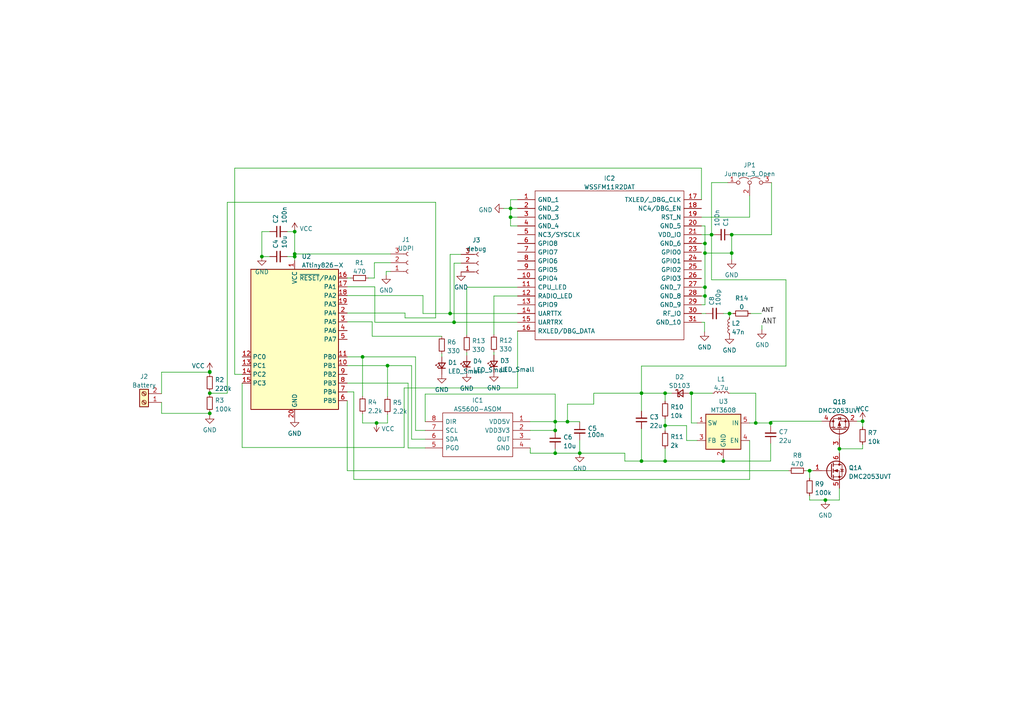
<source format=kicad_sch>
(kicad_sch (version 20211123) (generator eeschema)
  (paper "A4")
  (lib_symbols
    (symbol "AS5600-ASOM:AS5600-ASOM" (pin_names (offset 0.762))
      (property "Reference" "IC" (at 26.67 7.62 0))
      (property "Value" "AS5600-ASOM" (at 26.67 5.08 0))
      (symbol "AS5600-ASOM_0_0"
        (pin passive line (at 0 0 0) (length 5.08) (name "VDD5V") (number "1"))
        (pin passive line (at 0 -2.54 0) (length 5.08) (name "VDD3V3") (number "2"))
        (pin passive line (at 0 -5.08 0) (length 5.08) (name "OUT") (number "3"))
        (pin passive line (at 0 -7.62 0) (length 5.08) (name "GND") (number "4"))
        (pin passive line (at 30.48 -7.62 180) (length 5.08) (name "PGO") (number "5"))
        (pin passive line (at 30.48 -5.08 180) (length 5.08) (name "SDA") (number "6"))
        (pin passive line (at 30.48 -2.54 180) (length 5.08) (name "SCL") (number "7"))
        (pin passive line (at 30.48 0 180) (length 5.08) (name "DIR") (number "8"))
      )
      (symbol "AS5600-ASOM_0_1"
        (polyline (pts (xy 5.08 2.54) (xy 25.4 2.54) (xy 25.4 -10.16) (xy 5.08 -10.16) (xy 5.08 2.54)) (stroke (width 0.1524)))
      )
    )
    (symbol "Connector:Conn_01x03_Female" (pin_names (offset 1.016) hide)
      (property "Reference" "J" (at 0 5.08 0))
      (property "Value" "Conn_01x03_Female" (at 0 -5.08 0))
      (symbol "Conn_01x03_Female_1_1"
        (arc (start 0 -2.032) (mid -0.508 -2.54) (end 0 -3.048) (stroke (width 0.1524)))
        (polyline (pts (xy -1.27 -2.54) (xy -0.508 -2.54)) (stroke (width 0.1524)))
        (polyline (pts (xy -1.27 0) (xy -0.508 0)) (stroke (width 0.1524)))
        (polyline (pts (xy -1.27 2.54) (xy -0.508 2.54)) (stroke (width 0.1524)))
        (arc (start 0 0.508) (mid -0.508 0) (end 0 -0.508) (stroke (width 0.1524)))
        (arc (start 0 3.048) (mid -0.508 2.54) (end 0 2.032) (stroke (width 0.1524)))
        (pin passive line (at -5.08 2.54 0) (length 3.81) (name "Pin_1") (number "1"))
        (pin passive line (at -5.08 0 0) (length 3.81) (name "Pin_2") (number "2"))
        (pin passive line (at -5.08 -2.54 0) (length 3.81) (name "Pin_3") (number "3"))
      )
    )
    (symbol "Connector:Screw_Terminal_01x02" (pin_names (offset 1.016) hide)
      (property "Reference" "J" (at 0 2.54 0))
      (property "Value" "Screw_Terminal_01x02" (at 0 -5.08 0))
      (symbol "Screw_Terminal_01x02_1_1"
        (rectangle (start -1.27 1.27) (end 1.27 -3.81) (stroke (width 0.254)) (fill (type background)))
        (circle (center 0 -2.54) (radius 0.635) (stroke (width 0.1524)))
        (polyline (pts (xy -0.5334 -2.2098) (xy 0.3302 -3.048)) (stroke (width 0.1524)))
        (polyline (pts (xy -0.5334 0.3302) (xy 0.3302 -0.508)) (stroke (width 0.1524)))
        (polyline (pts (xy -0.3556 -2.032) (xy 0.508 -2.8702)) (stroke (width 0.1524)))
        (polyline (pts (xy -0.3556 0.508) (xy 0.508 -0.3302)) (stroke (width 0.1524)))
        (circle (center 0 0) (radius 0.635) (stroke (width 0.1524)))
        (pin passive line (at -5.08 0 0) (length 3.81) (name "Pin_1") (number "1"))
        (pin passive line (at -5.08 -2.54 0) (length 3.81) (name "Pin_2") (number "2"))
      )
    )
    (symbol "Device:C_Small" (pin_numbers hide) (pin_names (offset 0.254) hide)
      (property "Reference" "C" (at 0.254 1.778 0))
      (property "Value" "C_Small" (at 0.254 -2.032 0))
      (symbol "C_Small_0_1"
        (polyline (pts (xy -1.524 -0.508) (xy 1.524 -0.508)) (stroke (width 0.3302)))
        (polyline (pts (xy -1.524 0.508) (xy 1.524 0.508)) (stroke (width 0.3048)))
      )
      (symbol "C_Small_1_1"
        (pin passive line (at 0 2.54 270) (length 2.032) (name "~") (number "1"))
        (pin passive line (at 0 -2.54 90) (length 2.032) (name "~") (number "2"))
      )
    )
    (symbol "Device:D_Schottky_Small" (pin_numbers hide) (pin_names (offset 0.254) hide)
      (property "Reference" "D" (at -1.27 2.032 0))
      (property "Value" "D_Schottky_Small" (at -7.112 -2.032 0))
      (symbol "D_Schottky_Small_0_1"
        (polyline (pts (xy -0.762 0) (xy 0.762 0)))
        (polyline (pts (xy 0.762 -1.016) (xy -0.762 0) (xy 0.762 1.016) (xy 0.762 -1.016)) (stroke (width 0.254)))
        (polyline (pts (xy -1.27 0.762) (xy -1.27 1.016) (xy -0.762 1.016) (xy -0.762 -1.016) (xy -0.254 -1.016) (xy -0.254 -0.762)) (stroke (width 0.254)))
      )
      (symbol "D_Schottky_Small_1_1"
        (pin passive line (at -2.54 0 0) (length 1.778) (name "K") (number "1"))
        (pin passive line (at 2.54 0 180) (length 1.778) (name "A") (number "2"))
      )
    )
    (symbol "Device:LED_Small" (pin_numbers hide) (pin_names (offset 0.254) hide)
      (property "Reference" "D" (at -1.27 3.175 0))
      (property "Value" "LED_Small" (at -4.445 -2.54 0))
      (symbol "LED_Small_0_1"
        (polyline (pts (xy -0.762 -1.016) (xy -0.762 1.016)) (stroke (width 0.254)))
        (polyline (pts (xy 1.016 0) (xy -0.762 0)))
        (polyline (pts (xy 0.762 -1.016) (xy -0.762 0) (xy 0.762 1.016) (xy 0.762 -1.016)) (stroke (width 0.254)))
        (polyline (pts (xy 0 0.762) (xy -0.508 1.27) (xy -0.254 1.27) (xy -0.508 1.27) (xy -0.508 1.016)))
        (polyline (pts (xy 0.508 1.27) (xy 0 1.778) (xy 0.254 1.778) (xy 0 1.778) (xy 0 1.524)))
      )
      (symbol "LED_Small_1_1"
        (pin passive line (at -2.54 0 0) (length 1.778) (name "K") (number "1"))
        (pin passive line (at 2.54 0 180) (length 1.778) (name "A") (number "2"))
      )
    )
    (symbol "Device:L_Small" (pin_numbers hide) (pin_names (offset 0.254) hide)
      (property "Reference" "L" (at 0.762 1.016 0))
      (property "Value" "L_Small" (at 0.762 -1.016 0))
      (symbol "L_Small_0_1"
        (arc (start 0 -2.032) (mid 0.508 -1.524) (end 0 -1.016))
        (arc (start 0 -1.016) (mid 0.508 -0.508) (end 0 0))
        (arc (start 0 0) (mid 0.508 0.508) (end 0 1.016))
        (arc (start 0 1.016) (mid 0.508 1.524) (end 0 2.032))
      )
      (symbol "L_Small_1_1"
        (pin passive line (at 0 2.54 270) (length 0.508) (name "~") (number "1"))
        (pin passive line (at 0 -2.54 90) (length 0.508) (name "~") (number "2"))
      )
    )
    (symbol "Device:R_Small" (pin_numbers hide) (pin_names (offset 0.254) hide)
      (property "Reference" "R" (at 0.762 0.508 0))
      (property "Value" "R_Small" (at 0.762 -1.016 0))
      (symbol "R_Small_0_1"
        (rectangle (start -0.762 1.778) (end 0.762 -1.778) (stroke (width 0.2032)))
      )
      (symbol "R_Small_1_1"
        (pin passive line (at 0 2.54 270) (length 0.762) (name "~") (number "1"))
        (pin passive line (at 0 -2.54 90) (length 0.762) (name "~") (number "2"))
      )
    )
    (symbol "Jumper:Jumper_3_Open" (pin_names (offset 0) hide)
      (property "Reference" "JP" (at -2.54 -2.54 0))
      (property "Value" "Jumper_3_Open" (at 0 2.794 0))
      (symbol "Jumper_3_Open_0_0"
        (circle (center -3.302 0) (radius 0.508))
        (circle (center 0 0) (radius 0.508))
        (circle (center 3.302 0) (radius 0.508))
      )
      (symbol "Jumper_3_Open_0_1"
        (arc (start -0.254 1.016) (mid -1.651 1.4992) (end -3.048 1.016))
        (polyline (pts (xy 0 -0.508) (xy 0 -1.27)))
        (arc (start 3.048 1.016) (mid 1.651 1.4992) (end 0.254 1.016))
      )
      (symbol "Jumper_3_Open_1_1"
        (pin passive line (at -6.35 0 0) (length 2.54) (name "A") (number "1"))
        (pin passive line (at 0 -3.81 90) (length 2.54) (name "C") (number "2"))
        (pin passive line (at 6.35 0 180) (length 2.54) (name "B") (number "3"))
      )
    )
    (symbol "MCU_Microchip_ATtiny:ATtiny826-X"
      (property "Reference" "U" (at -12.7 21.59 0))
      (property "Value" "ATtiny826-X" (at 2.54 -21.59 0))
      (symbol "ATtiny826-X_0_1"
        (rectangle (start -12.7 -20.32) (end 12.7 20.32) (stroke (width 0.254)) (fill (type background)))
      )
      (symbol "ATtiny826-X_1_1"
        (pin power_in line (at 0 22.86 270) (length 2.54) (name "VCC") (number "1"))
        (pin bidirectional line (at 15.24 -7.62 180) (length 2.54) (name "PB1") (number "10"))
        (pin bidirectional line (at 15.24 -5.08 180) (length 2.54) (name "PB0") (number "11"))
        (pin bidirectional line (at -15.24 -5.08 0) (length 2.54) (name "PC0") (number "12"))
        (pin bidirectional line (at -15.24 -7.62 0) (length 2.54) (name "PC1") (number "13"))
        (pin bidirectional line (at -15.24 -10.16 0) (length 2.54) (name "PC2") (number "14"))
        (pin bidirectional line (at -15.24 -12.7 0) (length 2.54) (name "PC3") (number "15"))
        (pin bidirectional line (at 15.24 17.78 180) (length 2.54) (name "~{RESET}/PA0") (number "16"))
        (pin bidirectional line (at 15.24 15.24 180) (length 2.54) (name "PA1") (number "17"))
        (pin bidirectional line (at 15.24 12.7 180) (length 2.54) (name "PA2") (number "18"))
        (pin bidirectional line (at 15.24 10.16 180) (length 2.54) (name "PA3") (number "19"))
        (pin bidirectional line (at 15.24 7.62 180) (length 2.54) (name "PA4") (number "2"))
        (pin power_in line (at 0 -22.86 90) (length 2.54) (name "GND") (number "20"))
        (pin bidirectional line (at 15.24 5.08 180) (length 2.54) (name "PA5") (number "3"))
        (pin bidirectional line (at 15.24 2.54 180) (length 2.54) (name "PA6") (number "4"))
        (pin bidirectional line (at 15.24 0 180) (length 2.54) (name "PA7") (number "5"))
        (pin bidirectional line (at 15.24 -17.78 180) (length 2.54) (name "PB5") (number "6"))
        (pin bidirectional line (at 15.24 -15.24 180) (length 2.54) (name "PB4") (number "7"))
        (pin bidirectional line (at 15.24 -12.7 180) (length 2.54) (name "PB3") (number "8"))
        (pin bidirectional line (at 15.24 -10.16 180) (length 2.54) (name "PB2") (number "9"))
      )
    )
    (symbol "Regulator_Switching:MT3608"
      (property "Reference" "U" (at -2.54 8.89 0))
      (property "Value" "MT3608" (at -3.81 6.35 0))
      (symbol "MT3608_0_1"
        (rectangle (start -5.08 5.08) (end 5.08 -5.08) (stroke (width 0.254)) (fill (type background)))
      )
      (symbol "MT3608_1_1"
        (pin passive line (at 7.62 2.54 180) (length 2.54) (name "SW") (number "1"))
        (pin power_in line (at 0 -7.62 90) (length 2.54) (name "GND") (number "2"))
        (pin input line (at 7.62 -2.54 180) (length 2.54) (name "FB") (number "3"))
        (pin input line (at -7.62 -2.54 0) (length 2.54) (name "EN") (number "4"))
        (pin power_in line (at -7.62 2.54 0) (length 2.54) (name "IN") (number "5"))
        (pin no_connect line (at 5.08 0 180) (length 2.54) hide (name "NC") (number "6"))
      )
    )
    (symbol "Transistor_FET:DMC2053UVT" (pin_names hide)
      (property "Reference" "Q" (at 3.175 1.27 0))
      (property "Value" "DMC2053UVT" (at 3.175 -1.27 0))
      (symbol "DMC2053UVT_0_1"
        (circle (center -0.889 0) (radius 2.794) (stroke (width 0.254)))
        (circle (center 0 -1.778) (radius 0.254) (fill (type outline)))
        (polyline (pts (xy -2.286 0) (xy -5.08 0)))
        (polyline (pts (xy -2.286 1.905) (xy -2.286 -1.905)) (stroke (width 0.254)))
        (polyline (pts (xy -1.778 -1.27) (xy -1.778 -2.286)) (stroke (width 0.254)))
        (polyline (pts (xy -1.778 0.508) (xy -1.778 -0.508)) (stroke (width 0.254)))
        (polyline (pts (xy -1.778 2.286) (xy -1.778 1.27)) (stroke (width 0.254)))
        (polyline (pts (xy 0 2.54) (xy 0 1.778)))
        (polyline (pts (xy 0 -2.54) (xy 0 0) (xy -1.778 0)))
        (polyline (pts (xy -1.778 -1.778) (xy 0.762 -1.778) (xy 0.762 1.778) (xy -1.778 1.778)))
        (circle (center 0 1.778) (radius 0.254) (fill (type outline)))
      )
      (symbol "DMC2053UVT_1_1"
        (polyline (pts (xy -1.524 0) (xy -0.508 0.381) (xy -0.508 -0.381) (xy -1.524 0)) (fill (type outline)))
        (polyline (pts (xy 0.254 0.508) (xy 0.381 0.381) (xy 1.143 0.381) (xy 1.27 0.254)))
        (polyline (pts (xy 0.762 0.381) (xy 0.381 -0.254) (xy 1.143 -0.254) (xy 0.762 0.381)))
        (pin passive line (at -7.62 0 0) (length 2.54) (name "G") (number "1"))
        (pin passive line (at 0 -5.08 90) (length 2.54) (name "S") (number "5"))
        (pin passive line (at 0 5.08 270) (length 2.54) (name "D") (number "6"))
      )
      (symbol "DMC2053UVT_2_1"
        (polyline (pts (xy -0.254 0) (xy -1.27 0.381) (xy -1.27 -0.381) (xy -0.254 0)) (fill (type outline)))
        (polyline (pts (xy 0.254 -0.508) (xy 0.381 -0.381) (xy 1.143 -0.381) (xy 1.27 -0.254)))
        (polyline (pts (xy 0.762 -0.381) (xy 0.381 0.254) (xy 1.143 0.254) (xy 0.762 -0.381)))
        (pin passive line (at 0 -5.08 90) (length 2.54) (name "S") (number "2"))
        (pin passive line (at -7.62 0 0) (length 2.54) (name "G") (number "3"))
        (pin passive line (at 0 5.08 270) (length 2.54) (name "D") (number "4"))
      )
    )
    (symbol "WSSFM11R2DAT:WSSFM11R2DAT" (pin_names (offset 0.762))
      (property "Reference" "IC" (at 49.53 7.62 0))
      (property "Value" "WSSFM11R2DAT" (at 49.53 5.08 0))
      (symbol "WSSFM11R2DAT_0_0"
        (pin passive line (at 0 0 0) (length 5.08) (name "GND_1") (number "1"))
        (pin passive line (at 0 -22.86 0) (length 5.08) (name "GPIO4") (number "10"))
        (pin passive line (at 0 -25.4 0) (length 5.08) (name "CPU_LED") (number "11"))
        (pin passive line (at 0 -27.94 0) (length 5.08) (name "RADIO_LED") (number "12"))
        (pin passive line (at 0 -30.48 0) (length 5.08) (name "GPIO9") (number "13"))
        (pin passive line (at 0 -33.02 0) (length 5.08) (name "UARTTX") (number "14"))
        (pin passive line (at 0 -35.56 0) (length 5.08) (name "UARTRX") (number "15"))
        (pin passive line (at 0 -38.1 0) (length 5.08) (name "RXLED/DBG_DATA") (number "16"))
        (pin passive line (at 53.34 0 180) (length 5.08) (name "TXLED/_DBG_CLK") (number "17"))
        (pin passive line (at 53.34 -2.54 180) (length 5.08) (name "NC4/DBG_EN") (number "18"))
        (pin passive line (at 53.34 -5.08 180) (length 5.08) (name "RST_N") (number "19"))
        (pin passive line (at 0 -2.54 0) (length 5.08) (name "GND_2") (number "2"))
        (pin passive line (at 53.34 -7.62 180) (length 5.08) (name "GND_5") (number "20"))
        (pin passive line (at 53.34 -10.16 180) (length 5.08) (name "VDD_IO") (number "21"))
        (pin passive line (at 53.34 -12.7 180) (length 5.08) (name "GND_6") (number "22"))
        (pin passive line (at 53.34 -15.24 180) (length 5.08) (name "GPIO0") (number "23"))
        (pin passive line (at 53.34 -17.78 180) (length 5.08) (name "GPIO1") (number "24"))
        (pin passive line (at 53.34 -20.32 180) (length 5.08) (name "GPIO2") (number "25"))
        (pin passive line (at 53.34 -22.86 180) (length 5.08) (name "GPIO3") (number "26"))
        (pin passive line (at 53.34 -25.4 180) (length 5.08) (name "GND_7") (number "27"))
        (pin passive line (at 53.34 -27.94 180) (length 5.08) (name "GND_8") (number "28"))
        (pin passive line (at 53.34 -30.48 180) (length 5.08) (name "GND_9") (number "29"))
        (pin passive line (at 0 -5.08 0) (length 5.08) (name "GND_3") (number "3"))
        (pin passive line (at 53.34 -33.02 180) (length 5.08) (name "RF_IO") (number "30"))
        (pin passive line (at 53.34 -35.56 180) (length 5.08) (name "GND_10") (number "31"))
        (pin passive line (at 0 -7.62 0) (length 5.08) (name "GND_4") (number "4"))
        (pin passive line (at 0 -10.16 0) (length 5.08) (name "NC3/SYSCLK") (number "5"))
        (pin passive line (at 0 -12.7 0) (length 5.08) (name "GPIO8") (number "6"))
        (pin passive line (at 0 -15.24 0) (length 5.08) (name "GPIO7") (number "7"))
        (pin passive line (at 0 -17.78 0) (length 5.08) (name "GPIO6") (number "8"))
        (pin passive line (at 0 -20.32 0) (length 5.08) (name "GPIO5") (number "9"))
      )
      (symbol "WSSFM11R2DAT_0_1"
        (polyline (pts (xy 5.08 2.54) (xy 48.26 2.54) (xy 48.26 -40.64) (xy 5.08 -40.64) (xy 5.08 2.54)) (stroke (width 0.1524)))
      )
    )
    (symbol "power:GND" (power) (pin_names (offset 0))
      (property "Value" "GND" (at 0 -3.81 0))
      (symbol "GND_0_1"
        (polyline (pts (xy 0 0) (xy 0 -1.27) (xy 1.27 -1.27) (xy 0 -2.54) (xy -1.27 -1.27) (xy 0 -1.27)))
      )
      (symbol "GND_1_1"
        (pin power_in line (at 0 0 270) (length 0) hide (name "GND") (number "1"))
      )
    )
    (symbol "power:VCC" (power) (pin_names (offset 0))
      (property "Value" "VCC" (at 0 3.81 0))
      (symbol "VCC_0_1"
        (polyline (pts (xy -0.762 1.27) (xy 0 2.54)))
        (polyline (pts (xy 0 0) (xy 0 2.54)))
        (polyline (pts (xy 0 2.54) (xy 0.762 1.27)))
      )
      (symbol "VCC_1_1"
        (pin power_in line (at 0 0 90) (length 0) hide (name "VCC") (number "1"))
      )
    )
  )
  (junction (at 204.47 83.312))
  (junction (at 250.19 122.174))
  (junction (at 85.471 73.66))
  (junction (at 148.082 62.992))
  (junction (at 239.395 145.034))
  (junction (at 130.556 90.932))
  (junction (at 112.395 106.045))
  (junction (at 223.52 122.682))
  (junction (at 204.47 70.612))
  (junction (at 186.055 133.731))
  (junction (at 206.375 68.072))
  (junction (at 60.833 119.888))
  (junction (at 200.533 114.046))
  (junction (at 192.913 123.444))
  (junction (at 234.823 136.525))
  (junction (at 168.148 131.445))
  (junction (at 219.202 122.682))
  (junction (at 105.156 103.505))
  (junction (at 148.082 60.452))
  (junction (at 85.471 74.422))
  (junction (at 209.804 133.731))
  (junction (at 211.582 90.932))
  (junction (at 161.036 122.301))
  (junction (at 109.22 122.682))
  (junction (at 212.217 73.406))
  (junction (at 161.036 124.841))
  (junction (at 164.592 122.301))
  (junction (at 75.946 74.422))
  (junction (at 212.217 68.072))
  (junction (at 186.055 114.046))
  (junction (at 192.913 114.046))
  (junction (at 60.833 114.046))
  (junction (at 192.913 133.731))
  (junction (at 60.833 107.823))
  (junction (at 85.471 67.183))
  (junction (at 60.833 107.95))
  (junction (at 161.036 131.445))
  (junction (at 243.459 130.175))
  (junction (at 131.699 93.472))
  (junction (at 204.47 85.852))
  (junction (at 204.47 73.406))
  (wire (pts (xy 135.382 102.235) (xy 135.382 103.124)))
  (wire (pts (xy 46.863 114.173) (xy 46.863 107.95)))
  (wire (pts (xy 204.47 83.312) (xy 204.47 85.852)))
  (wire (pts (xy 112.395 122.682) (xy 109.22 122.682)))
  (wire (pts (xy 105.156 103.505) (xy 105.156 114.935)))
  (wire (pts (xy 243.459 141.605) (xy 243.459 145.034)))
  (wire (pts (xy 203.454 85.852) (xy 204.47 85.852)))
  (wire (pts (xy 100.711 136.525) (xy 100.711 116.205)))
  (wire (pts (xy 75.946 67.183) (xy 75.946 74.422)))
  (wire (pts (xy 68.072 48.768) (xy 203.454 48.768)))
  (wire (pts (xy 46.863 107.95) (xy 60.833 107.95)))
  (wire (pts (xy 206.375 68.072) (xy 207.137 68.072)))
  (wire (pts (xy 168.148 131.445) (xy 181.229 131.445)))
  (wire (pts (xy 60.833 119.888) (xy 60.833 120.269)))
  (wire (pts (xy 239.395 145.034) (xy 234.823 145.034)))
  (wire (pts (xy 192.913 130.048) (xy 192.913 133.731)))
  (wire (pts (xy 203.454 65.532) (xy 204.47 65.532)))
  (wire (pts (xy 192.913 133.731) (xy 209.804 133.731)))
  (wire (pts (xy 65.913 114.046) (xy 60.833 114.046)))
  (wire (pts (xy 100.711 136.525) (xy 228.727 136.525)))
  (wire (pts (xy 234.823 136.525) (xy 234.823 138.684)))
  (wire (pts (xy 108.585 76.2) (xy 108.585 80.645)))
  (wire (pts (xy 122.682 85.725) (xy 100.711 85.725)))
  (wire (pts (xy 223.52 122.174) (xy 223.52 122.682)))
  (wire (pts (xy 204.47 65.532) (xy 204.47 70.612)))
  (wire (pts (xy 146.05 60.452) (xy 148.082 60.452)))
  (wire (pts (xy 250.19 123.825) (xy 250.19 122.174)))
  (wire (pts (xy 220.853 90.932) (xy 217.678 90.932)))
  (wire (pts (xy 219.202 122.682) (xy 223.52 122.682)))
  (wire (pts (xy 85.471 67.183) (xy 83.312 67.183)))
  (wire (pts (xy 123.317 127.381) (xy 119.38 127.381)))
  (wire (pts (xy 206.629 114.046) (xy 200.533 114.046)))
  (wire (pts (xy 172.212 114.046) (xy 172.212 117.221)))
  (wire (pts (xy 117.221 112.522) (xy 117.221 129.794)))
  (wire (pts (xy 128.143 102.616) (xy 128.143 103.505)))
  (wire (pts (xy 211.582 92.075) (xy 211.582 90.932)))
  (wire (pts (xy 164.592 117.221) (xy 172.212 117.221)))
  (wire (pts (xy 153.797 129.921) (xy 153.797 131.445)))
  (wire (pts (xy 85.471 73.66) (xy 85.471 74.422)))
  (wire (pts (xy 223.774 68.072) (xy 212.217 68.072)))
  (wire (pts (xy 131.699 93.472) (xy 150.114 93.472)))
  (wire (pts (xy 206.375 52.959) (xy 211.074 52.959)))
  (wire (pts (xy 112.014 78.74) (xy 113.284 78.74)))
  (wire (pts (xy 164.592 122.301) (xy 164.592 117.221)))
  (wire (pts (xy 206.375 68.072) (xy 206.375 52.959)))
  (wire (pts (xy 122.682 90.932) (xy 122.682 85.725)))
  (wire (pts (xy 168.148 131.445) (xy 168.148 127.635)))
  (wire (pts (xy 203.454 90.932) (xy 204.724 90.932)))
  (wire (pts (xy 130.556 73.787) (xy 130.556 90.932)))
  (wire (pts (xy 46.863 119.888) (xy 60.833 119.888)))
  (wire (pts (xy 199.136 127.762) (xy 199.136 123.444)))
  (wire (pts (xy 250.19 130.175) (xy 243.459 130.175)))
  (wire (pts (xy 153.797 122.301) (xy 161.036 122.301)))
  (wire (pts (xy 108.712 93.472) (xy 108.712 83.185)))
  (wire (pts (xy 192.913 114.046) (xy 194.818 114.046)))
  (wire (pts (xy 161.036 131.445) (xy 168.148 131.445)))
  (wire (pts (xy 223.52 133.731) (xy 209.804 133.731)))
  (wire (pts (xy 112.395 120.142) (xy 112.395 122.682)))
  (wire (pts (xy 204.47 70.612) (xy 204.47 73.406)))
  (wire (pts (xy 107.95 93.345) (xy 107.95 97.536)))
  (wire (pts (xy 148.082 62.992) (xy 150.114 62.992)))
  (wire (pts (xy 148.082 65.532) (xy 148.082 62.992)))
  (wire (pts (xy 131.699 76.327) (xy 131.699 93.472)))
  (wire (pts (xy 219.202 114.046) (xy 219.202 122.682)))
  (wire (pts (xy 112.014 79.756) (xy 112.014 78.74)))
  (wire (pts (xy 113.284 76.2) (xy 108.585 76.2)))
  (wire (pts (xy 126.365 58.674) (xy 126.365 92.202)))
  (wire (pts (xy 148.082 60.452) (xy 150.114 60.452)))
  (wire (pts (xy 118.364 129.921) (xy 118.364 111.125)))
  (wire (pts (xy 217.424 62.992) (xy 217.424 56.769)))
  (wire (pts (xy 217.424 127.762) (xy 217.424 139.065)))
  (wire (pts (xy 164.592 122.301) (xy 168.148 122.301)))
  (wire (pts (xy 133.731 73.787) (xy 130.556 73.787)))
  (wire (pts (xy 143.256 97.028) (xy 143.256 85.852)))
  (wire (pts (xy 153.797 124.841) (xy 161.036 124.841)))
  (wire (pts (xy 65.913 58.674) (xy 126.365 58.674)))
  (wire (pts (xy 181.229 131.445) (xy 181.229 133.731)))
  (wire (pts (xy 200.533 122.682) (xy 202.184 122.682)))
  (wire (pts (xy 199.136 123.444) (xy 192.913 123.444)))
  (wire (pts (xy 143.256 85.852) (xy 150.114 85.852)))
  (wire (pts (xy 60.833 107.823) (xy 60.833 107.95)))
  (wire (pts (xy 109.22 122.682) (xy 105.156 122.682)))
  (wire (pts (xy 204.47 70.612) (xy 203.454 70.612)))
  (wire (pts (xy 60.833 113.538) (xy 60.833 114.046)))
  (wire (pts (xy 108.712 83.185) (xy 100.711 83.185)))
  (wire (pts (xy 192.913 121.412) (xy 192.913 123.444)))
  (wire (pts (xy 204.47 73.406) (xy 212.217 73.406)))
  (wire (pts (xy 250.19 128.905) (xy 250.19 130.175)))
  (wire (pts (xy 181.229 133.731) (xy 186.055 133.731)))
  (wire (pts (xy 203.454 83.312) (xy 204.47 83.312)))
  (wire (pts (xy 212.217 73.406) (xy 212.217 75.311)))
  (wire (pts (xy 133.731 76.327) (xy 131.699 76.327)))
  (wire (pts (xy 123.317 124.841) (xy 120.523 124.841)))
  (wire (pts (xy 235.839 136.525) (xy 234.823 136.525)))
  (wire (pts (xy 233.807 136.525) (xy 234.823 136.525)))
  (wire (pts (xy 126.365 92.202) (xy 117.475 92.202)))
  (wire (pts (xy 250.19 122.174) (xy 248.539 122.174)))
  (wire (pts (xy 161.036 130.175) (xy 161.036 131.445)))
  (wire (pts (xy 219.202 122.682) (xy 217.424 122.682)))
  (wire (pts (xy 75.946 74.422) (xy 78.232 74.422)))
  (wire (pts (xy 68.072 108.585) (xy 70.231 108.585)))
  (wire (pts (xy 150.114 65.532) (xy 148.082 65.532)))
  (wire (pts (xy 150.114 112.522) (xy 117.221 112.522)))
  (wire (pts (xy 117.475 92.202) (xy 117.475 90.805)))
  (wire (pts (xy 60.833 119.507) (xy 60.833 119.888)))
  (wire (pts (xy 120.523 103.505) (xy 105.156 103.505)))
  (wire (pts (xy 223.52 128.651) (xy 223.52 133.731)))
  (wire (pts (xy 211.709 114.046) (xy 219.202 114.046)))
  (wire (pts (xy 206.375 81.153) (xy 227.965 81.153)))
  (wire (pts (xy 143.256 102.108) (xy 143.256 102.997)))
  (wire (pts (xy 168.148 122.301) (xy 168.148 122.555)))
  (wire (pts (xy 70.231 129.794) (xy 70.231 111.125)))
  (wire (pts (xy 200.533 114.046) (xy 200.533 122.682)))
  (wire (pts (xy 203.454 57.912) (xy 203.454 48.768)))
  (wire (pts (xy 83.312 74.422) (xy 85.471 74.422)))
  (wire (pts (xy 123.317 122.301) (xy 123.317 114.3)))
  (wire (pts (xy 217.424 139.065) (xy 102.616 139.065)))
  (wire (pts (xy 118.364 129.921) (xy 123.317 129.921)))
  (wire (pts (xy 203.454 62.992) (xy 217.424 62.992)))
  (wire (pts (xy 172.212 114.046) (xy 186.055 114.046)))
  (wire (pts (xy 105.156 122.682) (xy 105.156 120.015)))
  (wire (pts (xy 117.475 90.805) (xy 100.711 90.805)))
  (wire (pts (xy 223.774 52.959) (xy 223.774 68.072)))
  (wire (pts (xy 161.036 122.301) (xy 161.036 124.841)))
  (wire (pts (xy 220.98 94.361) (xy 220.98 95.631)))
  (wire (pts (xy 148.082 62.992) (xy 148.082 60.452)))
  (wire (pts (xy 85.471 74.422) (xy 85.471 75.565)))
  (wire (pts (xy 60.833 114.046) (xy 60.833 114.427)))
  (wire (pts (xy 234.823 145.034) (xy 234.823 143.764)))
  (wire (pts (xy 202.184 127.762) (xy 199.136 127.762)))
  (wire (pts (xy 204.47 88.392) (xy 203.454 88.392)))
  (wire (pts (xy 130.556 90.932) (xy 150.114 90.932)))
  (wire (pts (xy 85.471 73.66) (xy 113.284 73.66)))
  (wire (pts (xy 148.082 60.452) (xy 148.082 57.912)))
  (wire (pts (xy 192.913 123.444) (xy 192.913 124.968)))
  (wire (pts (xy 227.965 81.153) (xy 227.965 106.172)))
  (wire (pts (xy 148.082 57.912) (xy 150.114 57.912)))
  (wire (pts (xy 204.47 85.852) (xy 204.47 88.392)))
  (wire (pts (xy 123.317 114.3) (xy 161.036 114.3)))
  (wire (pts (xy 199.898 114.046) (xy 200.533 114.046)))
  (wire (pts (xy 119.38 127.381) (xy 119.38 106.045)))
  (wire (pts (xy 60.833 107.95) (xy 60.833 108.458)))
  (wire (pts (xy 108.712 93.472) (xy 131.699 93.472)))
  (wire (pts (xy 119.38 106.045) (xy 112.395 106.045)))
  (wire (pts (xy 78.232 67.183) (xy 75.946 67.183)))
  (wire (pts (xy 108.585 80.645) (xy 106.807 80.645)))
  (wire (pts (xy 118.364 111.125) (xy 100.711 111.125)))
  (wire (pts (xy 192.913 116.332) (xy 192.913 114.046)))
  (wire (pts (xy 223.52 122.682) (xy 223.52 123.571)))
  (wire (pts (xy 85.471 67.183) (xy 85.471 73.66)))
  (wire (pts (xy 135.382 83.312) (xy 150.114 83.312)))
  (wire (pts (xy 186.055 133.731) (xy 192.913 133.731)))
  (wire (pts (xy 102.616 113.665) (xy 100.711 113.665)))
  (wire (pts (xy 161.036 114.3) (xy 161.036 122.301)))
  (wire (pts (xy 112.395 106.045) (xy 100.711 106.045)))
  (wire (pts (xy 203.454 68.072) (xy 206.375 68.072)))
  (wire (pts (xy 135.382 97.155) (xy 135.382 83.312)))
  (wire (pts (xy 65.913 58.674) (xy 65.913 114.046)))
  (wire (pts (xy 192.913 114.046) (xy 186.055 114.046)))
  (wire (pts (xy 204.343 93.472) (xy 204.343 96.266)))
  (wire (pts (xy 153.797 131.445) (xy 161.036 131.445)))
  (wire (pts (xy 203.454 93.472) (xy 204.343 93.472)))
  (wire (pts (xy 243.459 130.175) (xy 243.459 129.794)))
  (wire (pts (xy 122.682 90.932) (xy 130.556 90.932)))
  (wire (pts (xy 243.459 145.034) (xy 239.395 145.034)))
  (wire (pts (xy 161.036 124.841) (xy 161.036 125.095)))
  (wire (pts (xy 150.114 96.012) (xy 150.114 112.522)))
  (wire (pts (xy 102.616 139.065) (xy 102.616 113.665)))
  (wire (pts (xy 186.055 106.172) (xy 186.055 114.046)))
  (wire (pts (xy 186.055 124.333) (xy 186.055 133.731)))
  (wire (pts (xy 227.965 106.172) (xy 186.055 106.172)))
  (wire (pts (xy 212.217 68.072) (xy 212.217 73.406)))
  (wire (pts (xy 117.221 129.794) (xy 70.231 129.794)))
  (wire (pts (xy 68.072 48.768) (xy 68.072 108.585)))
  (wire (pts (xy 211.582 90.932) (xy 212.598 90.932)))
  (wire (pts (xy 105.156 103.505) (xy 100.711 103.505)))
  (wire (pts (xy 100.711 93.345) (xy 107.95 93.345)))
  (wire (pts (xy 204.47 73.406) (xy 204.47 83.312)))
  (wire (pts (xy 120.523 124.841) (xy 120.523 103.505)))
  (wire (pts (xy 46.863 116.713) (xy 46.863 119.888)))
  (wire (pts (xy 243.459 130.175) (xy 243.459 131.445)))
  (wire (pts (xy 112.395 106.045) (xy 112.395 115.062)))
  (wire (pts (xy 211.582 90.932) (xy 209.804 90.932)))
  (wire (pts (xy 161.036 122.301) (xy 164.592 122.301)))
  (wire (pts (xy 209.804 133.731) (xy 209.804 132.842)))
  (wire (pts (xy 223.52 122.174) (xy 238.379 122.174)))
  (wire (pts (xy 186.055 114.046) (xy 186.055 119.253)))
  (wire (pts (xy 107.95 97.536) (xy 128.143 97.536)))
  (wire (pts (xy 206.375 68.072) (xy 206.375 81.153)))
  (wire (pts (xy 100.711 80.645) (xy 101.727 80.645)))
  (label "ANT" (at 220.853 90.932 0))
  (label "ANT" (at 220.98 94.361 0) (effects (font (size 1.524 1.524))))
  (symbol (lib_id "Device:LED_Small") (at 128.143 106.045 90) (unit 1)
    (property "Reference" "D1" (at 129.921 105.1468 90) (effects (justify right)))
    (property "Value" "LED_Small" (at 129.921 107.6837 90) (effects (justify right)))
    (property "Footprint" "LED_SMD:LED_0603_1608Metric_Pad1.05x0.95mm_HandSolder" (effects hide))
  )
  (symbol (lib_id "WSSFM11R2DAT:WSSFM11R2DAT") (at 150.114 57.912 0) (unit 1)
    (property "Reference" "IC2" (at 176.784 51.723 0))
    (property "Value" "WSSFM11R2DAT" (at 176.784 54.2599 0))
    (property "Footprint" "WSSFM11R2DAT:WSSFM11R2DAT" (effects hide))
    (property "Description" "SIGFOX DUAL MODE MODULE RC2 + RCZ4 EXCLU" (effects hide))
    (property "Height" "2.21" (effects hide))
    (property "Manufacturer_Name" "Wisol" (effects hide))
    (property "Manufacturer_Part_Number" "WSSFM11R2DAT" (effects hide))
  )
  (symbol (lib_id "Device:L_Small") (at 211.582 94.615 180) (unit 1)
    (property "Reference" "L2" (at 212.217 93.7803 0) (effects (justify right)))
    (property "Value" "47n" (at 212.217 96.3172 0) (effects (justify right)))
    (property "Footprint" "Inductor_SMD:L_0603_1608Metric_Pad1.05x0.95mm_HandSolder" (effects hide))
  )
  (symbol (lib_id "Device:R_Small") (at 104.267 80.645 90) (unit 1)
    (property "Reference" "R1" (at 104.267 76.2086 90))
    (property "Value" "470" (at 104.267 78.7455 90))
    (property "Footprint" "Resistor_SMD:R_0603_1608Metric_Pad0.98x0.95mm_HandSolder" (effects hide))
  )
  (symbol (lib_id "MCU_Microchip_ATtiny:ATtiny826-X") (at 85.471 98.425 0) (unit 1)
    (property "Reference" "U2" (at 87.4904 74.4052 0) (effects (justify left)))
    (property "Value" "ATtiny826-X" (at 87.4904 76.9421 0) (effects (justify left)))
    (property "Footprint" "Package_SO:SSOP-20_5.3x7.2mm_P0.65mm" (effects hide))
    (property "Datasheet" "https://ww1.microchip.com/downloads/en/DeviceDoc/ATtiny424-426-427-824-826-827-DataSheet-DS40002311A.pdf" (effects hide))
  )
  (symbol (lib_id "Device:R_Small") (at 143.256 99.568 0) (unit 1)
    (property "Reference" "R12" (at 144.7546 98.7333 0) (effects (justify left)))
    (property "Value" "330" (at 144.7546 101.2702 0) (effects (justify left)))
    (property "Footprint" "Resistor_SMD:R_0603_1608Metric_Pad0.98x0.95mm_HandSolder" (effects hide))
  )
  (symbol (lib_id "Device:C_Small") (at 207.264 90.932 90) (unit 1)
    (property "Reference" "C8" (at 206.4356 88.6079 0) (effects (justify left)))
    (property "Value" "100p" (at 208.28 88.773 0) (effects (justify left)))
    (property "Footprint" "Capacitor_SMD:C_0603_1608Metric_Pad1.08x0.95mm_HandSolder" (effects hide))
  )
  (symbol (lib_id "Jumper:Jumper_3_Open") (at 217.424 52.959 0) (unit 1)
    (property "Reference" "JP1" (at 217.424 47.887 0))
    (property "Value" "Jumper_3_Open" (at 217.424 50.4239 0))
    (property "Footprint" "Jumper:SolderJumper-3_P1.3mm_Open_Pad1.0x1.5mm" (effects hide))
  )
  (symbol (lib_id "power:GND") (at 146.05 60.452 270) (unit 1)
    (property "Reference" "#PWR06" (effects hide))
    (property "Value" "GND" (at 142.8751 60.8858 90) (effects (justify right)))
  )
  (symbol (lib_id "Device:R_Small") (at 112.395 117.602 0) (unit 1)
    (property "Reference" "R5" (at 113.8936 116.7673 0) (effects (justify left)))
    (property "Value" "2.2k" (at 113.8936 119.3042 0) (effects (justify left)))
    (property "Footprint" "Resistor_SMD:R_0603_1608Metric_Pad0.98x0.95mm_HandSolder" (effects hide))
  )
  (symbol (lib_id "power:GND") (at 112.014 79.756 0) (unit 1)
    (property "Reference" "#PWR05" (effects hide))
    (property "Value" "GND" (at 112.014 84.1994 0))
  )
  (symbol (lib_id "power:GND") (at 211.582 97.155 0) (unit 1)
    (property "Reference" "#PWR017" (effects hide))
    (property "Value" "GND" (at 211.582 101.5984 0))
  )
  (symbol (lib_id "power:VCC") (at 85.471 67.183 0) (unit 1)
    (property "Reference" "#PWR02" (effects hide))
    (property "Value" "VCC" (at 86.868 66.3468 0) (effects (justify left)))
  )
  (symbol (lib_id "Transistor_FET:DMC2053UVT") (at 243.459 122.174 90) (unit 2)
    (property "Reference" "Q1" (at 243.459 116.5692 90))
    (property "Value" "DMC2053UVT" (at 243.459 119.1061 90))
    (property "Footprint" "Package_TO_SOT_SMD:TSOT-23-6" (effects hide))
    (property "Datasheet" "https://www.diodes.com/assets/Datasheets/DMC2053UVT.pdf" (effects hide))
  )
  (symbol (lib_id "power:GND") (at 220.98 95.631 0) (unit 1)
    (property "Reference" "#PWR016" (effects hide))
    (property "Value" "GND" (at 221.107 100.0252 0))
  )
  (symbol (lib_id "power:GND") (at 85.471 121.285 0) (unit 1)
    (property "Reference" "#PWR09" (effects hide))
    (property "Value" "GND" (at 85.471 125.7284 0))
  )
  (symbol (lib_id "Device:D_Schottky_Small") (at 197.358 114.046 0) (unit 1)
    (property "Reference" "D2" (at 197.104 109.3302 0))
    (property "Value" "SD103" (at 197.104 111.8671 0))
    (property "Footprint" "Diode_SMD:D_SMA" (effects hide))
  )
  (symbol (lib_id "Device:C_Small") (at 80.772 74.422 90) (unit 1)
    (property "Reference" "C4" (at 79.9436 72.0979 0) (effects (justify left)))
    (property "Value" "10u" (at 82.4805 72.0979 0) (effects (justify left)))
    (property "Footprint" "Capacitor_SMD:C_0603_1608Metric_Pad1.08x0.95mm_HandSolder" (effects hide))
  )
  (symbol (lib_id "power:GND") (at 128.143 108.585 0) (unit 1)
    (property "Reference" "#PWR012" (effects hide))
    (property "Value" "GND" (at 128.143 113.0284 0))
  )
  (symbol (lib_id "Device:C_Small") (at 161.036 127.635 0) (unit 1)
    (property "Reference" "C6" (at 163.3601 126.8066 0) (effects (justify left)))
    (property "Value" "10u" (at 163.3601 129.3435 0) (effects (justify left)))
    (property "Footprint" "Capacitor_SMD:C_0603_1608Metric_Pad1.08x0.95mm_HandSolder" (effects hide))
  )
  (symbol (lib_id "power:GND") (at 75.946 74.422 0) (unit 1)
    (property "Reference" "#PWR04" (effects hide))
    (property "Value" "GND" (at 75.946 78.8654 0))
  )
  (symbol (lib_id "Connector:Screw_Terminal_01x02") (at 41.783 116.713 180) (unit 1)
    (property "Reference" "J2" (at 41.783 109.2032 0))
    (property "Value" "Battery" (at 41.783 111.7401 0))
    (property "Footprint" "Connector_PinHeader_2.54mm:PinHeader_1x02_P2.54mm_Horizontal" (effects hide))
  )
  (symbol (lib_id "Device:C_Small") (at 209.677 68.072 270) (mirror x) (unit 1)
    (property "Reference" "C1" (at 210.5054 65.7479 0) (effects (justify left)))
    (property "Value" "100n" (at 207.9685 65.7479 0) (effects (justify left)))
    (property "Footprint" "Capacitor_SMD:C_0603_1608Metric_Pad1.08x0.95mm_HandSolder" (effects hide))
  )
  (symbol (lib_id "Device:R_Small") (at 135.382 99.695 0) (unit 1)
    (property "Reference" "R13" (at 136.8806 98.8603 0) (effects (justify left)))
    (property "Value" "330" (at 136.8806 101.3972 0) (effects (justify left)))
    (property "Footprint" "Resistor_SMD:R_0603_1608Metric_Pad0.98x0.95mm_HandSolder" (effects hide))
  )
  (symbol (lib_id "power:VCC") (at 60.833 107.823 0) (unit 1)
    (property "Reference" "#PWR07" (effects hide))
    (property "Value" "VCC" (at 59.436 106.1192 0) (effects (justify right)))
  )
  (symbol (lib_id "Device:R_Small") (at 250.19 126.365 0) (unit 1)
    (property "Reference" "R7" (at 251.6886 125.5303 0) (effects (justify left)))
    (property "Value" "10k" (at 251.6886 128.0672 0) (effects (justify left)))
    (property "Footprint" "Resistor_SMD:R_0603_1608Metric_Pad0.98x0.95mm_HandSolder" (effects hide))
  )
  (symbol (lib_id "AS5600-ASOM:AS5600-ASOM") (at 153.797 122.301 0) (mirror y) (unit 1)
    (property "Reference" "IC1" (at 138.557 116.112 0))
    (property "Value" "AS5600-ASOM" (at 138.557 118.6489 0))
    (property "Footprint" "AS5600-ASOM:SOIC127P600X175-8N" (effects hide))
    (property "Datasheet" "https://datasheet.datasheetarchive.com/originals/distributors/DKDS-11/214624.pdf" (effects hide))
    (property "Description" "IC SENSOR MAG ROTARY 12BIT 8SOIC" (effects hide))
    (property "Height" "1.75" (effects hide))
    (property "Manufacturer_Name" "ams" (effects hide))
    (property "Manufacturer_Part_Number" "AS5600-ASOM" (effects hide))
    (property "Mouser Part Number" "985-AS5600-ASOM" (effects hide))
    (property "Mouser Price/Stock" "https://www.mouser.co.uk/ProductDetail/ams/AS5600-ASOM?qs=KTMMzrZdriG6aU1h9lJCUQ%3D%3D" (effects hide))
    (property "Arrow Part Number" "AS5600-ASOM" (effects hide))
    (property "Arrow Price/Stock" "https://www.arrow.com/en/products/as5600-asom/ams-ag?region=nac" (effects hide))
  )
  (symbol (lib_id "power:GND") (at 60.833 120.269 0) (unit 1)
    (property "Reference" "#PWR08" (effects hide))
    (property "Value" "GND" (at 60.833 124.7124 0))
  )
  (symbol (lib_id "Device:R_Small") (at 234.823 141.224 0) (unit 1)
    (property "Reference" "R9" (at 236.3216 140.3893 0) (effects (justify left)))
    (property "Value" "100k" (at 236.3216 142.9262 0) (effects (justify left)))
    (property "Footprint" "Resistor_SMD:R_0603_1608Metric_Pad0.98x0.95mm_HandSolder" (effects hide))
  )
  (symbol (lib_id "power:GND") (at 143.256 108.077 0) (unit 1)
    (property "Reference" "#PWR01" (effects hide))
    (property "Value" "GND" (at 143.256 112.5204 0))
  )
  (symbol (lib_id "Device:LED_Small") (at 135.382 105.664 90) (unit 1)
    (property "Reference" "D4" (at 137.16 104.7658 90) (effects (justify right)))
    (property "Value" "LED_Small" (at 137.16 107.3027 90) (effects (justify right)))
    (property "Footprint" "LED_SMD:LED_0603_1608Metric_Pad1.05x0.95mm_HandSolder" (effects hide))
  )
  (symbol (lib_id "power:VCC") (at 250.19 122.174 0) (unit 1)
    (property "Reference" "#PWR010" (effects hide))
    (property "Value" "VCC" (at 250.19 118.5982 0))
  )
  (symbol (lib_id "Connector:Conn_01x03_Female") (at 138.811 76.327 0) (mirror x) (unit 1)
    (property "Reference" "J3" (at 138.176 69.63 0))
    (property "Value" "debug" (at 138.176 72.1669 0))
    (property "Footprint" "Connector_PinHeader_2.54mm:PinHeader_1x03_P2.54mm_Vertical" (effects hide))
  )
  (symbol (lib_id "power:GND") (at 204.343 96.266 0) (unit 1)
    (property "Reference" "#PWR015" (effects hide))
    (property "Value" "GND" (at 204.343 100.7094 0))
  )
  (symbol (lib_id "power:GND") (at 212.217 75.311 0) (mirror y) (unit 1)
    (property "Reference" "#PWR03" (effects hide))
    (property "Value" "GND" (at 212.217 79.7544 0))
  )
  (symbol (lib_id "Device:R_Small") (at 215.138 90.932 90) (unit 1)
    (property "Reference" "R14" (at 215.138 86.4956 90))
    (property "Value" "0" (at 215.138 89.0325 90))
    (property "Footprint" "Resistor_SMD:R_0603_1608Metric_Pad0.98x0.95mm_HandSolder" (effects hide))
  )
  (symbol (lib_id "Device:C_Small") (at 168.148 125.095 0) (unit 1)
    (property "Reference" "C5" (at 170.4721 124.2666 0) (effects (justify left)))
    (property "Value" "100n" (at 170.307 126.111 0) (effects (justify left)))
    (property "Footprint" "Capacitor_SMD:C_0603_1608Metric_Pad1.08x0.95mm_HandSolder" (effects hide))
  )
  (symbol (lib_id "Device:R_Small") (at 60.833 110.998 180) (unit 1)
    (property "Reference" "R2" (at 62.3316 110.1633 0) (effects (justify right)))
    (property "Value" "220k" (at 62.3316 112.7002 0) (effects (justify right)))
    (property "Footprint" "Resistor_SMD:R_0603_1608Metric_Pad0.98x0.95mm_HandSolder" (effects hide))
  )
  (symbol (lib_id "Device:R_Small") (at 192.913 118.872 180) (unit 1)
    (property "Reference" "R10" (at 194.4116 118.0373 0) (effects (justify right)))
    (property "Value" "10k" (at 194.4116 120.5742 0) (effects (justify right)))
    (property "Footprint" "Resistor_SMD:R_0603_1608Metric_Pad0.98x0.95mm_HandSolder" (effects hide))
  )
  (symbol (lib_id "Device:R_Small") (at 128.143 100.076 0) (unit 1)
    (property "Reference" "R6" (at 129.6416 99.2413 0) (effects (justify left)))
    (property "Value" "330" (at 129.6416 101.7782 0) (effects (justify left)))
    (property "Footprint" "Resistor_SMD:R_0603_1608Metric_Pad0.98x0.95mm_HandSolder" (effects hide))
  )
  (symbol (lib_id "Connector:Conn_01x03_Female") (at 118.364 76.2 0) (mirror x) (unit 1)
    (property "Reference" "J1" (at 117.729 69.503 0))
    (property "Value" "UDPI" (at 117.729 72.0399 0))
    (property "Footprint" "Connector_PinHeader_2.54mm:PinHeader_1x03_P2.54mm_Vertical" (effects hide))
  )
  (symbol (lib_id "Device:R_Small") (at 231.267 136.525 90) (unit 1)
    (property "Reference" "R8" (at 231.267 132.0886 90))
    (property "Value" "470" (at 231.267 134.6255 90))
    (property "Footprint" "Resistor_SMD:R_0603_1608Metric_Pad0.98x0.95mm_HandSolder" (effects hide))
  )
  (symbol (lib_id "Device:LED_Small") (at 143.256 105.537 90) (unit 1)
    (property "Reference" "D3" (at 145.034 104.6388 90) (effects (justify right)))
    (property "Value" "LED_Small" (at 145.034 107.1757 90) (effects (justify right)))
    (property "Footprint" "LED_SMD:LED_0603_1608Metric_Pad1.05x0.95mm_HandSolder" (effects hide))
  )
  (symbol (lib_id "power:GND") (at 133.731 78.867 0) (unit 1)
    (property "Reference" "#PWR018" (effects hide))
    (property "Value" "GND" (at 133.731 83.3104 0))
  )
  (symbol (lib_id "Device:L_Small") (at 209.169 114.046 90) (unit 1)
    (property "Reference" "L1" (at 209.169 109.9652 90))
    (property "Value" "4.7u" (at 209.169 112.5021 90))
    (property "Footprint" "Inductor_SMD:L_Murata_LQH55DN_5.7x5.0mm" (effects hide))
  )
  (symbol (lib_id "Transistor_FET:DMC2053UVT") (at 243.459 136.525 0) (unit 1)
    (property "Reference" "Q1" (at 246.126 135.6903 0) (effects (justify left)))
    (property "Value" "DMC2053UVT" (at 246.126 138.2272 0) (effects (justify left)))
    (property "Footprint" "Package_TO_SOT_SMD:TSOT-23-6" (effects hide))
    (property "Datasheet" "https://www.diodes.com/assets/Datasheets/DMC2053UVT.pdf" (effects hide))
  )
  (symbol (lib_id "Device:R_Small") (at 192.913 127.508 180) (unit 1)
    (property "Reference" "R11" (at 194.4116 126.6733 0) (effects (justify right)))
    (property "Value" "2k" (at 194.4116 129.2102 0) (effects (justify right)))
    (property "Footprint" "Resistor_SMD:R_0603_1608Metric_Pad0.98x0.95mm_HandSolder" (effects hide))
  )
  (symbol (lib_id "power:GND") (at 239.395 145.034 0) (unit 1)
    (property "Reference" "#PWR0101" (effects hide))
    (property "Value" "GND" (at 239.395 149.4774 0))
  )
  (symbol (lib_id "Regulator_Switching:MT3608") (at 209.804 125.222 0) (mirror y) (unit 1)
    (property "Reference" "U3" (at 209.804 116.4422 0))
    (property "Value" "MT3608" (at 209.804 118.9791 0))
    (property "Footprint" "Package_TO_SOT_SMD:SOT-23-6" (effects hide))
    (property "Datasheet" "https://www.olimex.com/Products/Breadboarding/BB-PWR-3608/resources/MT3608.pdf" (effects hide))
  )
  (symbol (lib_id "Device:R_Small") (at 60.833 116.967 180) (unit 1)
    (property "Reference" "R3" (at 62.3316 116.1323 0) (effects (justify right)))
    (property "Value" "100k" (at 62.3316 118.6692 0) (effects (justify right)))
    (property "Footprint" "Resistor_SMD:R_0603_1608Metric_Pad0.98x0.95mm_HandSolder" (effects hide))
  )
  (symbol (lib_id "power:GND") (at 168.148 131.445 0) (unit 1)
    (property "Reference" "#PWR014" (effects hide))
    (property "Value" "GND" (at 168.148 135.8884 0))
  )
  (symbol (lib_id "power:GND") (at 135.382 108.204 0) (unit 1)
    (property "Reference" "#PWR013" (effects hide))
    (property "Value" "GND" (at 135.382 112.6474 0))
  )
  (symbol (lib_id "power:VCC") (at 109.22 122.682 180) (unit 1)
    (property "Reference" "#PWR011" (effects hide))
    (property "Value" "VCC" (at 110.617 124.3858 0) (effects (justify right)))
  )
  (symbol (lib_id "Device:C_Small") (at 223.52 126.111 180) (unit 1)
    (property "Reference" "C7" (at 225.8441 125.2699 0) (effects (justify right)))
    (property "Value" "22u" (at 225.8441 127.8068 0) (effects (justify right)))
    (property "Footprint" "Capacitor_SMD:C_0805_2012Metric_Pad1.18x1.45mm_HandSolder" (effects hide))
  )
  (symbol (lib_id "Device:R_Small") (at 105.156 117.475 0) (unit 1)
    (property "Reference" "R4" (at 106.6546 116.6403 0) (effects (justify left)))
    (property "Value" "2.2k" (at 106.6546 119.1772 0) (effects (justify left)))
    (property "Footprint" "Resistor_SMD:R_0603_1608Metric_Pad0.98x0.95mm_HandSolder" (effects hide))
  )
  (symbol (lib_id "Device:C_Small") (at 80.772 67.183 90) (unit 1)
    (property "Reference" "C2" (at 79.9436 64.8589 0) (effects (justify left)))
    (property "Value" "100n" (at 82.4805 64.8589 0) (effects (justify left)))
    (property "Footprint" "Capacitor_SMD:C_0603_1608Metric_Pad1.08x0.95mm_HandSolder" (effects hide))
  )
  (symbol (lib_id "Device:C_Small") (at 186.055 121.793 180) (unit 1)
    (property "Reference" "C3" (at 188.3791 120.9519 0) (effects (justify right)))
    (property "Value" "22u" (at 188.3791 123.4888 0) (effects (justify right)))
    (property "Footprint" "Capacitor_SMD:C_0805_2012Metric_Pad1.18x1.45mm_HandSolder" (effects hide))
  )
)
</source>
